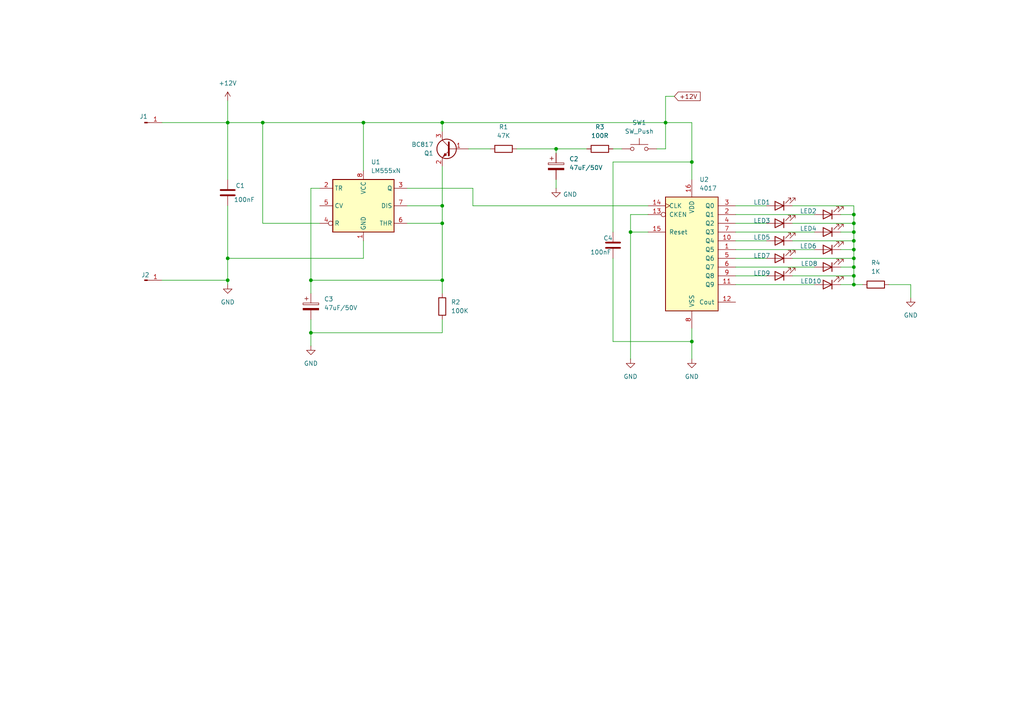
<source format=kicad_sch>
(kicad_sch (version 20231120) (generator "eeschema") (generator_version "8.0")
  (paper "A4")
  (lib_symbols
    (symbol "4xxx:4017" (pin_names (offset 1.016))
      (property "Reference" "U" (at -7.62 16.51 0))
      (property "Value" "4017" (at -7.62 -19.05 0))
      (symbol "4017_1_0"
        (pin output line (at 12.7 0 180) (length 5.08) (name "Q5") (number "1"))
        (pin output line (at 12.7 2.54 180) (length 5.08) (name "Q4") (number "10"))
        (pin output line (at 12.7 -10.16 180) (length 5.08) (name "Q9") (number "11"))
        (pin output line (at 12.7 -15.24 180) (length 5.08) (name "Cout") (number "12"))
        (pin input inverted (at -12.7 10.16 0) (length 5.08) (name "CKEN") (number "13"))
        (pin input clock (at -12.7 12.7 0) (length 5.08) (name "CLK") (number "14"))
        (pin input line (at -12.7 5.08 0) (length 5.08) (name "Reset") (number "15"))
        (pin power_in line (at 0 20.32 270) (length 5.08) (name "VDD") (number "16"))
        (pin output line (at 12.7 10.16 180) (length 5.08) (name "Q1") (number "2"))
        (pin output line (at 12.7 12.7 180) (length 5.08) (name "Q0") (number "3"))
        (pin output line (at 12.7 7.62 180) (length 5.08) (name "Q2") (number "4"))
        (pin output line (at 12.7 -2.54 180) (length 5.08) (name "Q6") (number "5"))
        (pin output line (at 12.7 -5.08 180) (length 5.08) (name "Q7") (number "6"))
        (pin output line (at 12.7 5.08 180) (length 5.08) (name "Q3") (number "7"))
        (pin power_in line (at 0 -22.86 90) (length 5.08) (name "VSS") (number "8"))
        (pin output line (at 12.7 -7.62 180) (length 5.08) (name "Q8") (number "9"))
      )
      (symbol "4017_1_1"
        (rectangle (start -7.62 15.24) (end 7.62 -17.78) (stroke (width 0.254)) (fill (type background)))
      )
    )
    (symbol "Connector:Conn_01x01_Pin" (pin_names (offset 1.016) hide)
      (property "Reference" "J" (at 0 2.54 0))
      (property "Value" "Conn_01x01_Pin" (at 0 -2.54 0))
      (symbol "Conn_01x01_Pin_1_1"
        (polyline (pts (xy 1.27 0) (xy 0.8636 0)) (stroke (width 0.1524)))
        (rectangle (start 0.8636 0.127) (end 0 -0.127) (stroke (width 0.1524)) (fill (type outline)))
        (pin passive line (at 5.08 0 180) (length 3.81) (name "Pin_1") (number "1"))
      )
    )
    (symbol "Device:C" (pin_numbers hide) (pin_names (offset 0.254))
      (property "Reference" "C" (at 0.635 2.54 0))
      (property "Value" "C" (at 0.635 -2.54 0))
      (symbol "C_0_1"
        (polyline (pts (xy -2.032 -0.762) (xy 2.032 -0.762)) (stroke (width 0.508)))
        (polyline (pts (xy -2.032 0.762) (xy 2.032 0.762)) (stroke (width 0.508)))
      )
      (symbol "C_1_1"
        (pin passive line (at 0 3.81 270) (length 2.794) (name "~") (number "1"))
        (pin passive line (at 0 -3.81 90) (length 2.794) (name "~") (number "2"))
      )
    )
    (symbol "Device:C_Polarized" (pin_numbers hide) (pin_names (offset 0.254))
      (property "Reference" "C" (at 0.635 2.54 0))
      (property "Value" "C_Polarized" (at 0.635 -2.54 0))
      (symbol "C_Polarized_0_1"
        (rectangle (start -2.286 0.508) (end 2.286 1.016))
        (polyline (pts (xy -1.778 2.286) (xy -0.762 2.286)))
        (polyline (pts (xy -1.27 2.794) (xy -1.27 1.778)))
        (rectangle (start 2.286 -0.508) (end -2.286 -1.016) (fill (type outline)))
      )
      (symbol "C_Polarized_1_1"
        (pin passive line (at 0 3.81 270) (length 2.794) (name "~") (number "1"))
        (pin passive line (at 0 -3.81 90) (length 2.794) (name "~") (number "2"))
      )
    )
    (symbol "Device:LED" (pin_numbers hide) (pin_names (offset 1.016) hide)
      (property "Reference" "D" (at 0 2.54 0))
      (property "Value" "LED" (at 0 -2.54 0))
      (symbol "LED_0_1"
        (polyline (pts (xy -1.27 -1.27) (xy -1.27 1.27)) (stroke (width 0.254)))
        (polyline (pts (xy -1.27 0) (xy 1.27 0)))
        (polyline (pts (xy 1.27 -1.27) (xy 1.27 1.27) (xy -1.27 0) (xy 1.27 -1.27)) (stroke (width 0.254)))
        (polyline (pts (xy -3.048 -0.762) (xy -4.572 -2.286) (xy -3.81 -2.286) (xy -4.572 -2.286) (xy -4.572 -1.524)))
        (polyline (pts (xy -1.778 -0.762) (xy -3.302 -2.286) (xy -2.54 -2.286) (xy -3.302 -2.286) (xy -3.302 -1.524)))
      )
      (symbol "LED_1_1"
        (pin passive line (at -3.81 0 0) (length 2.54) (name "K") (number "1"))
        (pin passive line (at 3.81 0 180) (length 2.54) (name "A") (number "2"))
      )
    )
    (symbol "Device:R" (pin_numbers hide) (pin_names (offset 0))
      (property "Reference" "R" (at 2.032 0 90))
      (property "Value" "R" (at 0 0 90))
      (symbol "R_0_1"
        (rectangle (start -1.016 -2.54) (end 1.016 2.54) (stroke (width 0.254)))
      )
      (symbol "R_1_1"
        (pin passive line (at 0 3.81 270) (length 1.27) (name "~") (number "1"))
        (pin passive line (at 0 -3.81 90) (length 1.27) (name "~") (number "2"))
      )
    )
    (symbol "Switch:SW_Push" (pin_numbers hide) (pin_names (offset 1.016) hide)
      (property "Reference" "SW" (at 1.27 2.54 0))
      (property "Value" "SW_Push" (at 0 -1.524 0))
      (symbol "SW_Push_0_1"
        (circle (center -2.032 0) (radius 0.508))
        (polyline (pts (xy 0 1.27) (xy 0 3.048)))
        (polyline (pts (xy 2.54 1.27) (xy -2.54 1.27)))
        (circle (center 2.032 0) (radius 0.508))
        (pin passive line (at -5.08 0 0) (length 2.54) (name "1") (number "1"))
        (pin passive line (at 5.08 0 180) (length 2.54) (name "2") (number "2"))
      )
    )
    (symbol "Timer:LM555xN"
      (property "Reference" "U" (at -10.16 8.89 0))
      (property "Value" "LM555xN" (at 2.54 8.89 0))
      (symbol "LM555xN_0_0"
        (pin power_in line (at 0 -10.16 90) (length 2.54) (name "GND") (number "1"))
        (pin power_in line (at 0 10.16 270) (length 2.54) (name "VCC") (number "8"))
      )
      (symbol "LM555xN_0_1"
        (rectangle (start -8.89 -7.62) (end 8.89 7.62) (stroke (width 0.254)) (fill (type background)))
        (rectangle (start -8.89 -7.62) (end 8.89 7.62) (stroke (width 0.254)) (fill (type background)))
      )
      (symbol "LM555xN_1_1"
        (pin input line (at -12.7 5.08 0) (length 3.81) (name "TR") (number "2"))
        (pin output line (at 12.7 5.08 180) (length 3.81) (name "Q") (number "3"))
        (pin input inverted (at -12.7 -5.08 0) (length 3.81) (name "R") (number "4"))
        (pin input line (at -12.7 0 0) (length 3.81) (name "CV") (number "5"))
        (pin input line (at 12.7 -5.08 180) (length 3.81) (name "THR") (number "6"))
        (pin input line (at 12.7 0 180) (length 3.81) (name "DIS") (number "7"))
      )
    )
    (symbol "Transistor_BJT:BC817" (pin_names (offset 0) hide)
      (property "Reference" "Q" (at 5.08 1.905 0))
      (property "Value" "BC817" (at 5.08 0 0))
      (symbol "BC817_0_1"
        (polyline (pts (xy 0.635 0.635) (xy 2.54 2.54)))
        (polyline (pts (xy 0.635 -0.635) (xy 2.54 -2.54) (xy 2.54 -2.54)))
        (polyline (pts (xy 0.635 1.905) (xy 0.635 -1.905) (xy 0.635 -1.905)) (stroke (width 0.508)))
        (polyline (pts (xy 1.27 -1.778) (xy 1.778 -1.27) (xy 2.286 -2.286) (xy 1.27 -1.778) (xy 1.27 -1.778)) (fill (type outline)))
        (circle (center 1.27 0) (radius 2.8194) (stroke (width 0.254)))
      )
      (symbol "BC817_1_1"
        (pin input line (at -5.08 0 0) (length 5.715) (name "B") (number "1"))
        (pin passive line (at 2.54 -5.08 90) (length 2.54) (name "E") (number "2"))
        (pin passive line (at 2.54 5.08 270) (length 2.54) (name "C") (number "3"))
      )
    )
    (symbol "power:+12V" (power) (pin_numbers hide) (pin_names (offset 0) hide)
      (property "Value" "+12V" (at 0 3.556 0))
      (symbol "+12V_0_1"
        (polyline (pts (xy -0.762 1.27) (xy 0 2.54)))
        (polyline (pts (xy 0 0) (xy 0 2.54)))
        (polyline (pts (xy 0 2.54) (xy 0.762 1.27)))
      )
      (symbol "+12V_1_1"
        (pin power_in line (at 0 0 90) (length 0) (name "~") (number "1"))
      )
    )
    (symbol "power:GND" (power) (pin_numbers hide) (pin_names (offset 0) hide)
      (property "Value" "GND" (at 0 -3.81 0))
      (symbol "GND_0_1"
        (polyline (pts (xy 0 0) (xy 0 -1.27) (xy 1.27 -1.27) (xy 0 -2.54) (xy -1.27 -1.27) (xy 0 -1.27)))
      )
      (symbol "GND_1_1"
        (pin power_in line (at 0 0 270) (length 0) (name "~") (number "1"))
      )
    )
  )
  (junction (at 90.17 81.28))
  (junction (at 247.65 74.93))
  (junction (at 247.65 82.55))
  (junction (at 247.65 62.23))
  (junction (at 66.04 74.93))
  (junction (at 247.65 77.47))
  (junction (at 105.41 35.56))
  (junction (at 193.04 35.56))
  (junction (at 247.65 64.77))
  (junction (at 200.66 99.06))
  (junction (at 128.27 81.28))
  (junction (at 128.27 59.69))
  (junction (at 76.2 35.56))
  (junction (at 128.27 35.56))
  (junction (at 161.29 43.18))
  (junction (at 182.88 67.31))
  (junction (at 200.66 46.99))
  (junction (at 247.65 69.85))
  (junction (at 66.04 81.28))
  (junction (at 128.27 64.77))
  (junction (at 66.04 35.56))
  (junction (at 90.17 96.52))
  (junction (at 247.65 67.31))
  (junction (at 247.65 80.01))
  (junction (at 247.65 72.39))
  (wire (pts (xy 135.89 43.18) (xy 142.24 43.18)))
  (wire (pts (xy 247.65 67.31) (xy 247.65 64.77)))
  (wire (pts (xy 66.04 35.56) (xy 76.2 35.56)))
  (wire (pts (xy 90.17 92.71) (xy 90.17 96.52)))
  (wire (pts (xy 200.66 99.06) (xy 200.66 104.14)))
  (wire (pts (xy 66.04 74.93) (xy 105.41 74.93)))
  (wire (pts (xy 105.41 35.56) (xy 128.27 35.56)))
  (wire (pts (xy 149.86 43.18) (xy 161.29 43.18)))
  (wire (pts (xy 128.27 35.56) (xy 128.27 38.1)))
  (wire (pts (xy 66.04 59.69) (xy 66.04 74.93)))
  (wire (pts (xy 243.84 67.31) (xy 247.65 67.31)))
  (wire (pts (xy 90.17 81.28) (xy 128.27 81.28)))
  (wire (pts (xy 118.11 59.69) (xy 128.27 59.69)))
  (wire (pts (xy 182.88 67.31) (xy 182.88 62.23)))
  (wire (pts (xy 213.36 74.93) (xy 222.25 74.93)))
  (wire (pts (xy 213.36 80.01) (xy 222.25 80.01)))
  (wire (pts (xy 243.84 62.23) (xy 247.65 62.23)))
  (wire (pts (xy 213.36 62.23) (xy 236.22 62.23)))
  (wire (pts (xy 137.16 54.61) (xy 118.11 54.61)))
  (wire (pts (xy 46.99 35.56) (xy 66.04 35.56)))
  (wire (pts (xy 264.16 82.55) (xy 264.16 86.36)))
  (wire (pts (xy 177.8 43.18) (xy 180.34 43.18)))
  (wire (pts (xy 200.66 46.99) (xy 200.66 52.07)))
  (wire (pts (xy 193.04 27.94) (xy 195.58 27.94)))
  (wire (pts (xy 200.66 99.06) (xy 177.8 99.06)))
  (wire (pts (xy 92.71 54.61) (xy 90.17 54.61)))
  (wire (pts (xy 229.87 74.93) (xy 247.65 74.93)))
  (wire (pts (xy 137.16 59.69) (xy 187.96 59.69)))
  (wire (pts (xy 247.65 74.93) (xy 247.65 72.39)))
  (wire (pts (xy 247.65 82.55) (xy 247.65 80.01)))
  (wire (pts (xy 66.04 74.93) (xy 66.04 81.28)))
  (wire (pts (xy 193.04 35.56) (xy 200.66 35.56)))
  (wire (pts (xy 128.27 96.52) (xy 128.27 92.71)))
  (wire (pts (xy 105.41 69.85) (xy 105.41 74.93)))
  (wire (pts (xy 182.88 104.14) (xy 182.88 67.31)))
  (wire (pts (xy 128.27 35.56) (xy 193.04 35.56)))
  (wire (pts (xy 128.27 59.69) (xy 128.27 48.26)))
  (wire (pts (xy 46.99 81.28) (xy 66.04 81.28)))
  (wire (pts (xy 177.8 67.31) (xy 177.8 46.99)))
  (wire (pts (xy 213.36 77.47) (xy 236.22 77.47)))
  (wire (pts (xy 247.65 72.39) (xy 247.65 69.85)))
  (wire (pts (xy 66.04 35.56) (xy 66.04 29.21)))
  (wire (pts (xy 161.29 43.18) (xy 170.18 43.18)))
  (wire (pts (xy 105.41 49.53) (xy 105.41 35.56)))
  (wire (pts (xy 247.65 82.55) (xy 250.19 82.55)))
  (wire (pts (xy 229.87 64.77) (xy 247.65 64.77)))
  (wire (pts (xy 76.2 35.56) (xy 105.41 35.56)))
  (wire (pts (xy 128.27 64.77) (xy 128.27 81.28)))
  (wire (pts (xy 190.5 43.18) (xy 193.04 43.18)))
  (wire (pts (xy 177.8 99.06) (xy 177.8 74.93)))
  (wire (pts (xy 66.04 81.28) (xy 66.04 82.55)))
  (wire (pts (xy 92.71 64.77) (xy 76.2 64.77)))
  (wire (pts (xy 128.27 64.77) (xy 128.27 59.69)))
  (wire (pts (xy 243.84 72.39) (xy 247.65 72.39)))
  (wire (pts (xy 243.84 77.47) (xy 247.65 77.47)))
  (wire (pts (xy 90.17 81.28) (xy 90.17 85.09)))
  (wire (pts (xy 90.17 54.61) (xy 90.17 81.28)))
  (wire (pts (xy 161.29 52.07) (xy 161.29 54.61)))
  (wire (pts (xy 161.29 44.45) (xy 161.29 43.18)))
  (wire (pts (xy 247.65 69.85) (xy 247.65 67.31)))
  (wire (pts (xy 264.16 82.55) (xy 257.81 82.55)))
  (wire (pts (xy 213.36 67.31) (xy 236.22 67.31)))
  (wire (pts (xy 213.36 64.77) (xy 222.25 64.77)))
  (wire (pts (xy 229.87 59.69) (xy 247.65 59.69)))
  (wire (pts (xy 200.66 35.56) (xy 200.66 46.99)))
  (wire (pts (xy 200.66 95.25) (xy 200.66 99.06)))
  (wire (pts (xy 247.65 64.77) (xy 247.65 62.23)))
  (wire (pts (xy 76.2 64.77) (xy 76.2 35.56)))
  (wire (pts (xy 247.65 80.01) (xy 247.65 77.47)))
  (wire (pts (xy 128.27 81.28) (xy 128.27 85.09)))
  (wire (pts (xy 193.04 43.18) (xy 193.04 35.56)))
  (wire (pts (xy 193.04 35.56) (xy 193.04 27.94)))
  (wire (pts (xy 90.17 96.52) (xy 90.17 100.33)))
  (wire (pts (xy 247.65 77.47) (xy 247.65 74.93)))
  (wire (pts (xy 66.04 52.07) (xy 66.04 35.56)))
  (wire (pts (xy 229.87 80.01) (xy 247.65 80.01)))
  (wire (pts (xy 213.36 82.55) (xy 236.22 82.55)))
  (wire (pts (xy 213.36 72.39) (xy 236.22 72.39)))
  (wire (pts (xy 229.87 69.85) (xy 247.65 69.85)))
  (wire (pts (xy 118.11 64.77) (xy 128.27 64.77)))
  (wire (pts (xy 182.88 62.23) (xy 187.96 62.23)))
  (wire (pts (xy 247.65 62.23) (xy 247.65 59.69)))
  (wire (pts (xy 213.36 59.69) (xy 222.25 59.69)))
  (wire (pts (xy 177.8 46.99) (xy 200.66 46.99)))
  (wire (pts (xy 90.17 96.52) (xy 128.27 96.52)))
  (wire (pts (xy 243.84 82.55) (xy 247.65 82.55)))
  (wire (pts (xy 182.88 67.31) (xy 187.96 67.31)))
  (wire (pts (xy 213.36 69.85) (xy 222.25 69.85)))
  (wire (pts (xy 137.16 59.69) (xy 137.16 54.61)))
  (global_label "+12V" (shape input) (at 195.58 27.94 0) (property "Intersheetrefs" "${INTERSHEET_REFS}" (effects (hide yes))))
  (symbol (lib_id "power:GND") (at 161.29 54.61 0) (unit 1)
    (property "Reference" "#PWR08" (effects (hide yes)))
    (property "Value" "GND" (at 165.354 56.388 0))
    (property "Description" "Power symbol creates a global label with name \"GND\" , ground" (effects (hide yes)))
  )
  (symbol (lib_id "Device:LED") (at 226.06 80.01 180) (unit 1)
    (property "Reference" "D9" (effects (hide yes)))
    (property "Value" "LED9" (at 220.98 79.248 0))
    (property "Footprint" "LED_SMD:LED_0805_2012Metric" (effects (hide yes)))
    (property "Description" "Light emitting diode" (effects (hide yes)))
  )
  (symbol (lib_id "Device:C_Polarized") (at 161.29 48.26 0) (unit 1)
    (property "Reference" "C2" (at 165.1 46.1009 0) (effects (justify left)))
    (property "Value" "47uF/50V" (at 165.1 48.6409 0) (effects (justify left)))
    (property "Footprint" "Capacitor_SMD:CP_Elec_5x5.9" (effects (hide yes)))
    (property "Description" "Polarized capacitor" (effects (hide yes)))
  )
  (symbol (lib_id "Timer:LM555xN") (at 105.41 59.69 0) (unit 1)
    (property "Reference" "U1" (at 107.6041 46.99 0) (effects (justify left)))
    (property "Value" "LM555xN" (at 107.6041 49.53 0) (effects (justify left)))
    (property "Footprint" "Package_SO:SOIC-8-1EP_3.9x4.9mm_P1.27mm_EP2.29x3mm" (effects (hide yes)))
    (property "Datasheet" "http://www.ti.com/lit/ds/symlink/lm555.pdf" (effects (hide yes)))
    (property "Description" "Timer, 555 compatible, PDIP-8" (effects (hide yes)))
  )
  (symbol (lib_id "Device:C") (at 66.04 55.88 0) (unit 1)
    (property "Reference" "C1" (at 68.326 53.848 0) (effects (justify left)))
    (property "Value" "100nF" (at 67.818 57.912 0) (effects (justify left)))
    (property "Footprint" "Capacitor_SMD:C_0805_2012Metric" (effects (hide yes)))
    (property "Description" "Unpolarized capacitor" (effects (hide yes)))
  )
  (symbol (lib_id "Transistor_BJT:BC817") (at 130.81 43.18 0) (mirror y) (unit 1)
    (property "Reference" "Q1" (at 125.73 44.4501 0) (effects (justify left)))
    (property "Value" "BC817" (at 125.73 41.9101 0) (effects (justify left)))
    (property "Footprint" "Package_TO_SOT_SMD:SOT-23" (effects (hide yes)))
    (property "Datasheet" "https://www.onsemi.com/pub/Collateral/BC818-D.pdf" (effects (hide yes)))
    (property "Description" "0.8A Ic, 45V Vce, NPN Transistor, SOT-23" (effects (hide yes)))
  )
  (symbol (lib_id "Device:R") (at 146.05 43.18 90) (unit 1)
    (property "Reference" "R1" (at 146.05 36.83 90))
    (property "Value" "47K" (at 146.05 39.37 90))
    (property "Footprint" "Resistor_SMD:R_0805_2012Metric" (effects (hide yes)))
    (property "Description" "Resistor" (effects (hide yes)))
  )
  (symbol (lib_id "Device:C_Polarized") (at 90.17 88.9 0) (unit 1)
    (property "Reference" "C3" (at 93.98 86.7409 0) (effects (justify left)))
    (property "Value" "47uF/50V" (at 93.98 89.2809 0) (effects (justify left)))
    (property "Footprint" "CP_Elec_5x5.9" (effects (hide yes)))
    (property "Description" "Polarized capacitor" (effects (hide yes)))
  )
  (symbol (lib_id "Connector:Conn_01x01_Pin") (at 41.91 35.56 0) (unit 1)
    (property "Reference" "J1" (at 41.656 33.782 0))
    (property "Value" "Conn_01x01_Pin" (effects (hide yes)))
    (property "Footprint" "Connector_PinHeader_2.54mm:PinHeader_1x01_P2.54mm_Vertical" (effects (hide yes)))
    (property "Description" "Generic connector, single row, 01x01, script generated" (effects (hide yes)))
  )
  (symbol (lib_id "power:GND") (at 182.88 104.14 0) (unit 1)
    (property "Reference" "#PWR03" (effects (hide yes)))
    (property "Value" "GND" (at 182.88 109.22 0))
    (property "Description" "Power symbol creates a global label with name \"GND\" , ground" (effects (hide yes)))
  )
  (symbol (lib_id "Device:LED") (at 240.03 67.31 180) (unit 1)
    (property "Reference" "D4" (effects (hide yes)))
    (property "Value" "LED4" (at 234.442 66.294 0))
    (property "Footprint" "LED_SMD:LED_0805_2012Metric" (effects (hide yes)))
    (property "Description" "Light emitting diode" (effects (hide yes)))
  )
  (symbol (lib_id "power:GND") (at 264.16 86.36 0) (unit 1)
    (property "Reference" "#PWR02" (effects (hide yes)))
    (property "Value" "GND" (at 264.16 91.44 0))
    (property "Description" "Power symbol creates a global label with name \"GND\" , ground" (effects (hide yes)))
  )
  (symbol (lib_id "power:+12V") (at 66.04 29.21 0) (unit 1)
    (property "Reference" "#PWR04" (effects (hide yes)))
    (property "Value" "+12V" (at 66.04 24.13 0))
    (property "Description" "Power symbol creates a global label with name \"+12V\"" (effects (hide yes)))
  )
  (symbol (lib_id "Device:R") (at 254 82.55 90) (unit 1)
    (property "Reference" "R4" (at 254 76.2 90))
    (property "Value" "1K" (at 254 78.74 90))
    (property "Footprint" "Resistor_SMD:R_0805_2012Metric" (effects (hide yes)))
    (property "Description" "Resistor" (effects (hide yes)))
  )
  (symbol (lib_id "Device:LED") (at 240.03 77.47 180) (unit 1)
    (property "Reference" "D8" (effects (hide yes)))
    (property "Value" "LED8" (at 234.696 76.454 0))
    (property "Footprint" "LED_SMD:LED_0805_2012Metric" (effects (hide yes)))
    (property "Description" "Light emitting diode" (effects (hide yes)))
  )
  (symbol (lib_id "Device:LED") (at 226.06 59.69 180) (unit 1)
    (property "Reference" "D1" (effects (hide yes)))
    (property "Value" "LED1" (at 220.98 58.674 0))
    (property "Footprint" "LED_SMD:LED_0805_2012Metric" (effects (hide yes)))
    (property "Description" "Light emitting diode" (effects (hide yes)))
  )
  (symbol (lib_id "Switch:SW_Push") (at 185.42 43.18 0) (unit 1)
    (property "Reference" "SW1" (at 185.42 35.56 0))
    (property "Value" "SW_Push" (at 185.42 38.1 0))
    (property "Footprint" "Button_Switch_SMD:SW_SPST_FSMSM" (effects (hide yes)))
    (property "Description" "Push button switch, generic, two pins" (effects (hide yes)))
  )
  (symbol (lib_id "Device:LED") (at 226.06 64.77 180) (unit 1)
    (property "Reference" "D3" (effects (hide yes)))
    (property "Value" "LED3" (at 220.98 64.008 0))
    (property "Footprint" "LED_SMD:LED_0805_2012Metric" (effects (hide yes)))
    (property "Description" "Light emitting diode" (effects (hide yes)))
  )
  (symbol (lib_id "power:GND") (at 90.17 100.33 0) (unit 1)
    (property "Reference" "#PWR05" (effects (hide yes)))
    (property "Value" "GND" (at 90.17 105.41 0))
    (property "Description" "Power symbol creates a global label with name \"GND\" , ground" (effects (hide yes)))
  )
  (symbol (lib_id "Device:LED") (at 240.03 72.39 180) (unit 1)
    (property "Reference" "D6" (effects (hide yes)))
    (property "Value" "LED6" (at 234.442 71.374 0))
    (property "Footprint" "LED_SMD:LED_0805_2012Metric" (effects (hide yes)))
    (property "Description" "Light emitting diode" (effects (hide yes)))
  )
  (symbol (lib_id "Device:LED") (at 240.03 62.23 180) (unit 1)
    (property "Reference" "D2" (effects (hide yes)))
    (property "Value" "LED2" (at 234.442 61.214 0))
    (property "Footprint" "LED_SMD:LED_0805_2012Metric" (effects (hide yes)))
    (property "Description" "Light emitting diode" (effects (hide yes)))
  )
  (symbol (lib_id "Device:LED") (at 226.06 69.85 180) (unit 1)
    (property "Reference" "D5" (effects (hide yes)))
    (property "Value" "LED5" (at 220.98 68.834 0))
    (property "Footprint" "LED_SMD:LED_0805_2012Metric" (effects (hide yes)))
    (property "Description" "Light emitting diode" (effects (hide yes)))
  )
  (symbol (lib_id "Device:R") (at 173.99 43.18 90) (unit 1)
    (property "Reference" "R3" (at 173.99 36.83 90))
    (property "Value" "100R" (at 173.99 39.37 90))
    (property "Footprint" "Resistor_SMD:R_0805_2012Metric" (effects (hide yes)))
    (property "Description" "Resistor" (effects (hide yes)))
  )
  (symbol (lib_id "Connector:Conn_01x01_Pin") (at 41.91 81.28 0) (unit 1)
    (property "Reference" "J2" (at 42.164 79.756 0))
    (property "Value" "Conn_01x01_Pin" (effects (hide yes)))
    (property "Footprint" "PinHeader_1x01_P2.54mm_Vertical" (effects (hide yes)))
    (property "Description" "Generic connector, single row, 01x01, script generated" (effects (hide yes)))
  )
  (symbol (lib_id "Device:R") (at 128.27 88.9 180) (unit 1)
    (property "Reference" "R2" (at 130.81 87.6299 0) (effects (justify right)))
    (property "Value" "100K" (at 130.81 90.1699 0) (effects (justify right)))
    (property "Footprint" "Resistor_SMD:R_0805_2012Metric" (effects (hide yes)))
    (property "Description" "Resistor" (effects (hide yes)))
  )
  (symbol (lib_id "power:GND") (at 66.04 82.55 0) (unit 1)
    (property "Reference" "#PWR01" (effects (hide yes)))
    (property "Value" "GND" (at 66.04 87.63 0))
    (property "Description" "Power symbol creates a global label with name \"GND\" , ground" (effects (hide yes)))
  )
  (symbol (lib_id "Device:LED") (at 226.06 74.93 180) (unit 1)
    (property "Reference" "D7" (effects (hide yes)))
    (property "Value" "LED7" (at 220.98 74.168 0))
    (property "Footprint" "LED_SMD:LED_0805_2012Metric" (effects (hide yes)))
    (property "Description" "Light emitting diode" (effects (hide yes)))
  )
  (symbol (lib_id "Device:LED") (at 240.03 82.55 180) (unit 1)
    (property "Reference" "D10" (effects (hide yes)))
    (property "Value" "LED10" (at 235.204 81.534 0))
    (property "Footprint" "LED_SMD:LED_0805_2012Metric" (effects (hide yes)))
    (property "Description" "Light emitting diode" (effects (hide yes)))
  )
  (symbol (lib_id "Device:C") (at 177.8 71.12 0) (unit 1)
    (property "Reference" "C4" (at 175.006 69.088 0) (effects (justify left)))
    (property "Value" "100nF" (at 171.196 73.152 0) (effects (justify left)))
    (property "Footprint" "Capacitor_SMD:C_0805_2012Metric" (effects (hide yes)))
    (property "Description" "Unpolarized capacitor" (effects (hide yes)))
  )
  (symbol (lib_id "4xxx:4017") (at 200.66 72.39 0) (unit 1)
    (property "Reference" "U2" (at 202.8541 52.07 0) (effects (justify left)))
    (property "Value" "4017" (at 202.8541 54.61 0) (effects (justify left)))
    (property "Footprint" "Package_SO:SOP-16_4.4x10.4mm_P1.27mm" (effects (hide yes)))
    (property "Datasheet" "http://www.intersil.com/content/dam/Intersil/documents/cd40/cd4017bms-22bms.pdf" (effects (hide yes)))
    (property "Description" "Johnson Counter ( 10 outputs )" (effects (hide yes)))
  )
  (symbol (lib_id "power:GND") (at 200.66 104.14 0) (unit 1)
    (property "Reference" "#PWR09" (effects (hide yes)))
    (property "Value" "GND" (at 200.66 109.22 0))
    (property "Description" "Power symbol creates a global label with name \"GND\" , ground" (effects (hide yes)))
  )
)
</source>
